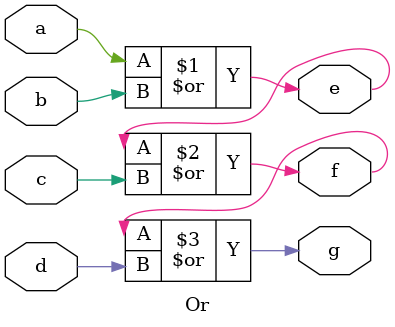
<source format=v>
`timescale 1ns / 1ps


module Or(
    input a, b, c, d,
    output e, f, g
    );
    
    assign e = a | b;
    assign f = e | c;
    assign g = f | d;
    
endmodule

</source>
